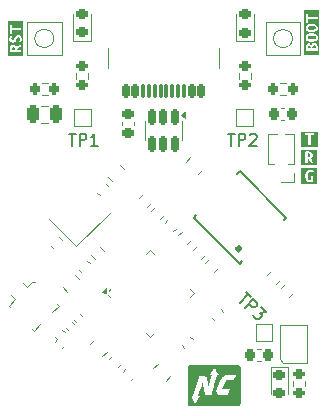
<source format=gto>
G04 #@! TF.GenerationSoftware,KiCad,Pcbnew,8.0.7-8.0.7-0~ubuntu24.04.1*
G04 #@! TF.CreationDate,2025-01-06T12:49:46-05:00*
G04 #@! TF.ProjectId,ESP32_C3_LVGL_DEVBOARD,45535033-325f-4433-935f-4c56474c5f44,rev?*
G04 #@! TF.SameCoordinates,Original*
G04 #@! TF.FileFunction,Legend,Top*
G04 #@! TF.FilePolarity,Positive*
%FSLAX46Y46*%
G04 Gerber Fmt 4.6, Leading zero omitted, Abs format (unit mm)*
G04 Created by KiCad (PCBNEW 8.0.7-8.0.7-0~ubuntu24.04.1) date 2025-01-06 12:49:46*
%MOMM*%
%LPD*%
G01*
G04 APERTURE LIST*
G04 Aperture macros list*
%AMRoundRect*
0 Rectangle with rounded corners*
0 $1 Rounding radius*
0 $2 $3 $4 $5 $6 $7 $8 $9 X,Y pos of 4 corners*
0 Add a 4 corners polygon primitive as box body*
4,1,4,$2,$3,$4,$5,$6,$7,$8,$9,$2,$3,0*
0 Add four circle primitives for the rounded corners*
1,1,$1+$1,$2,$3*
1,1,$1+$1,$4,$5*
1,1,$1+$1,$6,$7*
1,1,$1+$1,$8,$9*
0 Add four rect primitives between the rounded corners*
20,1,$1+$1,$2,$3,$4,$5,0*
20,1,$1+$1,$4,$5,$6,$7,0*
20,1,$1+$1,$6,$7,$8,$9,0*
20,1,$1+$1,$8,$9,$2,$3,0*%
%AMRotRect*
0 Rectangle, with rotation*
0 The origin of the aperture is its center*
0 $1 length*
0 $2 width*
0 $3 Rotation angle, in degrees counterclockwise*
0 Add horizontal line*
21,1,$1,$2,0,0,$3*%
G04 Aperture macros list end*
%ADD10C,0.153000*%
%ADD11C,0.000000*%
%ADD12C,0.120000*%
%ADD13C,0.100000*%
%ADD14C,0.152400*%
%ADD15C,0.319258*%
%ADD16RoundRect,0.225000X-0.335876X-0.017678X-0.017678X-0.335876X0.335876X0.017678X0.017678X0.335876X0*%
%ADD17RoundRect,0.200000X-0.335876X-0.053033X-0.053033X-0.335876X0.335876X0.053033X0.053033X0.335876X0*%
%ADD18R,1.000000X1.000000*%
%ADD19RoundRect,0.225000X0.225000X0.250000X-0.225000X0.250000X-0.225000X-0.250000X0.225000X-0.250000X0*%
%ADD20RoundRect,0.200000X-0.275000X0.200000X-0.275000X-0.200000X0.275000X-0.200000X0.275000X0.200000X0*%
%ADD21RoundRect,0.225000X-0.017678X0.335876X-0.335876X0.017678X0.017678X-0.335876X0.335876X-0.017678X0*%
%ADD22RoundRect,0.200000X0.053033X-0.335876X0.335876X-0.053033X-0.053033X0.335876X-0.335876X0.053033X0*%
%ADD23R,0.650000X0.950000*%
%ADD24RoundRect,0.200000X-0.053033X0.335876X-0.335876X0.053033X0.053033X-0.335876X0.335876X-0.053033X0*%
%ADD25RoundRect,0.218750X0.256250X-0.218750X0.256250X0.218750X-0.256250X0.218750X-0.256250X-0.218750X0*%
%ADD26O,1.000000X1.000000*%
%ADD27RoundRect,0.147500X0.017678X-0.226274X0.226274X-0.017678X-0.017678X0.226274X-0.226274X0.017678X0*%
%ADD28RotRect,1.400000X1.200000X45.000000*%
%ADD29RoundRect,0.140000X0.219203X0.021213X0.021213X0.219203X-0.219203X-0.021213X-0.021213X-0.219203X0*%
%ADD30RoundRect,0.225000X0.335876X0.017678X0.017678X0.335876X-0.335876X-0.017678X-0.017678X-0.335876X0*%
%ADD31RoundRect,0.250000X0.503814X0.132583X0.132583X0.503814X-0.503814X-0.132583X-0.132583X-0.503814X0*%
%ADD32RoundRect,0.150000X-0.150000X0.512500X-0.150000X-0.512500X0.150000X-0.512500X0.150000X0.512500X0*%
%ADD33RoundRect,0.250000X0.159099X-0.512652X0.512652X-0.159099X-0.159099X0.512652X-0.512652X0.159099X0*%
%ADD34RoundRect,0.250000X0.512652X0.159099X0.159099X0.512652X-0.512652X-0.159099X-0.159099X-0.512652X0*%
%ADD35RoundRect,0.250000X-0.159099X0.512652X-0.512652X0.159099X0.159099X-0.512652X0.512652X-0.159099X0*%
%ADD36RoundRect,0.160000X0.000000X0.226274X-0.226274X0.000000X0.000000X-0.226274X0.226274X0.000000X0*%
%ADD37RoundRect,0.135000X0.226274X0.035355X0.035355X0.226274X-0.226274X-0.035355X-0.035355X-0.226274X0*%
%ADD38RoundRect,0.135000X-0.035355X0.226274X-0.226274X0.035355X0.035355X-0.226274X0.226274X-0.035355X0*%
%ADD39RoundRect,0.200000X0.200000X0.275000X-0.200000X0.275000X-0.200000X-0.275000X0.200000X-0.275000X0*%
%ADD40RoundRect,0.250000X0.250000X0.475000X-0.250000X0.475000X-0.250000X-0.475000X0.250000X-0.475000X0*%
%ADD41RoundRect,0.218750X0.026517X-0.335876X0.335876X-0.026517X-0.026517X0.335876X-0.335876X0.026517X0*%
%ADD42RoundRect,0.218750X-0.256250X0.218750X-0.256250X-0.218750X0.256250X-0.218750X0.256250X0.218750X0*%
%ADD43RoundRect,0.062500X-0.220971X-0.309359X0.309359X0.220971X0.220971X0.309359X-0.309359X-0.220971X0*%
%ADD44RoundRect,0.062500X0.220971X-0.309359X0.309359X-0.220971X-0.220971X0.309359X-0.309359X0.220971X0*%
%ADD45RotRect,3.450000X3.450000X45.000000*%
%ADD46RotRect,1.524000X0.533400X135.000000*%
%ADD47RoundRect,0.100000X0.000000X0.565685X-0.565685X0.000000X0.000000X-0.565685X0.565685X0.000000X0*%
%ADD48RoundRect,0.105000X-0.406586X1.000556X-1.000556X0.406586X0.406586X-1.000556X1.000556X-0.406586X0*%
%ADD49C,0.650000*%
%ADD50RoundRect,0.150000X0.150000X0.425000X-0.150000X0.425000X-0.150000X-0.425000X0.150000X-0.425000X0*%
%ADD51RoundRect,0.075000X0.075000X0.500000X-0.075000X0.500000X-0.075000X-0.500000X0.075000X-0.500000X0*%
%ADD52O,1.000000X2.100000*%
%ADD53O,1.000000X1.800000*%
%ADD54R,0.700000X0.700000*%
%ADD55RoundRect,0.225000X-0.250000X0.225000X-0.250000X-0.225000X0.250000X-0.225000X0.250000X0.225000X0*%
%ADD56RoundRect,0.225000X0.017678X-0.335876X0.335876X-0.017678X-0.017678X0.335876X-0.335876X0.017678X0*%
G04 APERTURE END LIST*
D10*
X159458095Y-77014663D02*
X160029523Y-77014663D01*
X159743809Y-78014663D02*
X159743809Y-77014663D01*
X160362857Y-78014663D02*
X160362857Y-77014663D01*
X160362857Y-77014663D02*
X160743809Y-77014663D01*
X160743809Y-77014663D02*
X160839047Y-77062282D01*
X160839047Y-77062282D02*
X160886666Y-77109901D01*
X160886666Y-77109901D02*
X160934285Y-77205139D01*
X160934285Y-77205139D02*
X160934285Y-77347996D01*
X160934285Y-77347996D02*
X160886666Y-77443234D01*
X160886666Y-77443234D02*
X160839047Y-77490853D01*
X160839047Y-77490853D02*
X160743809Y-77538472D01*
X160743809Y-77538472D02*
X160362857Y-77538472D01*
X161315238Y-77109901D02*
X161362857Y-77062282D01*
X161362857Y-77062282D02*
X161458095Y-77014663D01*
X161458095Y-77014663D02*
X161696190Y-77014663D01*
X161696190Y-77014663D02*
X161791428Y-77062282D01*
X161791428Y-77062282D02*
X161839047Y-77109901D01*
X161839047Y-77109901D02*
X161886666Y-77205139D01*
X161886666Y-77205139D02*
X161886666Y-77300377D01*
X161886666Y-77300377D02*
X161839047Y-77443234D01*
X161839047Y-77443234D02*
X161267619Y-78014663D01*
X161267619Y-78014663D02*
X161886666Y-78014663D01*
X145988095Y-77014663D02*
X146559523Y-77014663D01*
X146273809Y-78014663D02*
X146273809Y-77014663D01*
X146892857Y-78014663D02*
X146892857Y-77014663D01*
X146892857Y-77014663D02*
X147273809Y-77014663D01*
X147273809Y-77014663D02*
X147369047Y-77062282D01*
X147369047Y-77062282D02*
X147416666Y-77109901D01*
X147416666Y-77109901D02*
X147464285Y-77205139D01*
X147464285Y-77205139D02*
X147464285Y-77347996D01*
X147464285Y-77347996D02*
X147416666Y-77443234D01*
X147416666Y-77443234D02*
X147369047Y-77490853D01*
X147369047Y-77490853D02*
X147273809Y-77538472D01*
X147273809Y-77538472D02*
X146892857Y-77538472D01*
X148416666Y-78014663D02*
X147845238Y-78014663D01*
X148130952Y-78014663D02*
X148130952Y-77014663D01*
X148130952Y-77014663D02*
X148035714Y-77157520D01*
X148035714Y-77157520D02*
X147940476Y-77252758D01*
X147940476Y-77252758D02*
X147845238Y-77300377D01*
X160968309Y-90397087D02*
X161372370Y-90801148D01*
X160463233Y-91306224D02*
X161170340Y-90599117D01*
X160900966Y-91743957D02*
X161608073Y-91036850D01*
X161608073Y-91036850D02*
X161877447Y-91306224D01*
X161877447Y-91306224D02*
X161911119Y-91407239D01*
X161911119Y-91407239D02*
X161911119Y-91474583D01*
X161911119Y-91474583D02*
X161877447Y-91575598D01*
X161877447Y-91575598D02*
X161776432Y-91676613D01*
X161776432Y-91676613D02*
X161675416Y-91710285D01*
X161675416Y-91710285D02*
X161608073Y-91710285D01*
X161608073Y-91710285D02*
X161507058Y-91676613D01*
X161507058Y-91676613D02*
X161237684Y-91407239D01*
X162247836Y-91676613D02*
X162685569Y-92114346D01*
X162685569Y-92114346D02*
X162180493Y-92148018D01*
X162180493Y-92148018D02*
X162281508Y-92249033D01*
X162281508Y-92249033D02*
X162315180Y-92350048D01*
X162315180Y-92350048D02*
X162315180Y-92417392D01*
X162315180Y-92417392D02*
X162281508Y-92518407D01*
X162281508Y-92518407D02*
X162113149Y-92686766D01*
X162113149Y-92686766D02*
X162012134Y-92720438D01*
X162012134Y-92720438D02*
X161944790Y-92720438D01*
X161944790Y-92720438D02*
X161843775Y-92686766D01*
X161843775Y-92686766D02*
X161641745Y-92484735D01*
X161641745Y-92484735D02*
X161608073Y-92383720D01*
X161608073Y-92383720D02*
X161608073Y-92316377D01*
D11*
G36*
X167075054Y-78109626D02*
G01*
X166738489Y-78109626D01*
X166475162Y-78109626D01*
X166011511Y-78109626D01*
X165674946Y-78109626D01*
X165674946Y-77139782D01*
X166011511Y-77139782D01*
X166274838Y-77139782D01*
X166274838Y-77975000D01*
X166475162Y-77975000D01*
X166475162Y-77139782D01*
X166738489Y-77139782D01*
X166738489Y-76975000D01*
X166011511Y-76975000D01*
X166011511Y-77139782D01*
X165674946Y-77139782D01*
X165674946Y-76840374D01*
X166011511Y-76840374D01*
X166738489Y-76840374D01*
X167075054Y-76840374D01*
X167075054Y-78109626D01*
G37*
D12*
X158112978Y-92584227D02*
X158311789Y-92783038D01*
X158834227Y-91862978D02*
X159033038Y-92061789D01*
X147896089Y-87311145D02*
X148231622Y-87646678D01*
X148635016Y-86572218D02*
X148970549Y-86907751D01*
X160150000Y-74952500D02*
X161550000Y-74952500D01*
X160150000Y-76352500D02*
X160150000Y-74952500D01*
X161550000Y-74952500D02*
X161550000Y-76352500D01*
X161550000Y-76352500D02*
X160150000Y-76352500D01*
X164240580Y-74860000D02*
X163959420Y-74860000D01*
X164240580Y-75880000D02*
X163959420Y-75880000D01*
X164927500Y-97935242D02*
X164927500Y-98409758D01*
X165972500Y-97935242D02*
X165972500Y-98409758D01*
X154324092Y-84347426D02*
X154125281Y-84546237D01*
X155045341Y-85068675D02*
X154846530Y-85267486D01*
X151893081Y-82445759D02*
X152228614Y-82110226D01*
X152632008Y-83184686D02*
X152967541Y-82849153D01*
D13*
X162645000Y-70375000D02*
X165595000Y-70375000D01*
X165595000Y-67550000D01*
X162645000Y-67550000D01*
X162645000Y-70375000D01*
X164920000Y-68950000D02*
G75*
G02*
X163320000Y-68950000I-800000J0D01*
G01*
X163320000Y-68950000D02*
G75*
G02*
X164920000Y-68950000I800000J0D01*
G01*
D12*
X157881666Y-87629407D02*
X157546133Y-87964940D01*
X158620593Y-88368334D02*
X158285060Y-88703867D01*
X160165000Y-66855000D02*
X160165000Y-69140000D01*
X160165000Y-69140000D02*
X161635000Y-69140000D01*
X161635000Y-69140000D02*
X161635000Y-66855000D01*
D11*
G36*
X141403110Y-69708481D02*
G01*
X141432795Y-69767851D01*
X141442690Y-69855493D01*
X141442690Y-69899111D01*
X141142205Y-69899111D01*
X141138166Y-69866801D01*
X141137359Y-69839338D01*
X141146648Y-69767851D01*
X141174515Y-69711712D01*
X141222173Y-69675363D01*
X141290832Y-69663247D01*
X141403110Y-69708481D01*
G37*
G36*
X142131435Y-69002504D02*
G01*
X142131435Y-69395073D01*
X142131435Y-70097819D01*
X142131435Y-70434383D01*
X140818565Y-70434383D01*
X140818565Y-70097819D01*
X140818565Y-69839338D01*
X140964499Y-69839338D01*
X140966115Y-69895880D01*
X140970153Y-69963732D01*
X140978231Y-70034006D01*
X140990347Y-70097819D01*
X141975808Y-70097819D01*
X141975808Y-69899111D01*
X141607472Y-69899111D01*
X141607472Y-69795719D01*
X141698950Y-69740994D01*
X141789216Y-69689903D01*
X141880695Y-69643659D01*
X141975808Y-69603473D01*
X141975808Y-69395073D01*
X141869992Y-69441115D01*
X141758522Y-69496850D01*
X141651898Y-69556624D01*
X141559006Y-69614782D01*
X141513368Y-69544103D01*
X141450767Y-69496850D01*
X141375646Y-69470194D01*
X141292447Y-69461309D01*
X141213893Y-69467973D01*
X141146244Y-69487964D01*
X141043659Y-69564701D01*
X141008522Y-69619628D01*
X140983885Y-69684249D01*
X140969346Y-69757754D01*
X140964499Y-69839338D01*
X140818565Y-69839338D01*
X140818565Y-68955654D01*
X140953191Y-68955654D01*
X140961986Y-69054649D01*
X140988373Y-69138386D01*
X141032351Y-69206866D01*
X141126858Y-69275323D01*
X141252060Y-69298142D01*
X141370800Y-69272294D01*
X141450767Y-69206866D01*
X141504079Y-69118821D01*
X141541236Y-69025121D01*
X141569507Y-68957270D01*
X141603433Y-68895880D01*
X141646244Y-68850646D01*
X141701171Y-68832876D01*
X141748829Y-68840145D01*
X141790832Y-68866801D01*
X141819911Y-68919305D01*
X141830412Y-69002504D01*
X141824758Y-69083078D01*
X141807795Y-69150323D01*
X141759330Y-69254523D01*
X141920880Y-69312682D01*
X141970153Y-69201212D01*
X141990145Y-69114378D01*
X141996809Y-69002504D01*
X141988283Y-68889149D01*
X141962704Y-68796796D01*
X141920073Y-68725444D01*
X141827383Y-68656987D01*
X141702787Y-68634168D01*
X141627464Y-68641034D01*
X141566276Y-68661632D01*
X141475808Y-68731906D01*
X141417649Y-68825606D01*
X141378069Y-68923344D01*
X141353837Y-68985541D01*
X141323950Y-69042084D01*
X141285178Y-69083279D01*
X141234289Y-69099435D01*
X141170566Y-69081843D01*
X141132333Y-69029070D01*
X141119588Y-68941115D01*
X141135743Y-68827221D01*
X141174515Y-68737561D01*
X141021042Y-68679402D01*
X140974192Y-68794911D01*
X140958441Y-68869426D01*
X140953191Y-68955654D01*
X140818565Y-68955654D01*
X140818565Y-67802181D01*
X140975808Y-67802181D01*
X140975808Y-68529160D01*
X141140590Y-68529160D01*
X141140590Y-68265832D01*
X141975808Y-68265832D01*
X141975808Y-68065509D01*
X141140590Y-68065509D01*
X141140590Y-67802181D01*
X140975808Y-67802181D01*
X140818565Y-67802181D01*
X140818565Y-67465617D01*
X142131435Y-67465617D01*
X142131435Y-67802181D01*
X142131435Y-68065509D01*
X142131435Y-69002504D01*
G37*
D12*
X162215580Y-95215000D02*
X161934420Y-95215000D01*
X162215580Y-96235000D02*
X161934420Y-96235000D01*
X148400281Y-81997659D02*
X148599092Y-82196470D01*
X149121530Y-81276410D02*
X149320341Y-81475221D01*
D11*
G36*
X166328595Y-78676494D02*
G01*
X166384733Y-78704362D01*
X166421082Y-78752019D01*
X166433199Y-78820679D01*
X166387964Y-78932956D01*
X166328595Y-78962641D01*
X166240953Y-78972536D01*
X166197334Y-78972536D01*
X166197334Y-78672052D01*
X166229645Y-78668013D01*
X166257108Y-78667205D01*
X166328595Y-78676494D01*
G37*
G36*
X167037938Y-79640280D02*
G01*
X166701373Y-79640280D01*
X165998627Y-79640280D01*
X165662062Y-79640280D01*
X165662062Y-78520194D01*
X165998627Y-78520194D01*
X165998627Y-79505654D01*
X166197334Y-79505654D01*
X166197334Y-79137318D01*
X166300727Y-79137318D01*
X166355452Y-79228796D01*
X166406543Y-79319063D01*
X166452787Y-79410541D01*
X166492973Y-79505654D01*
X166701373Y-79505654D01*
X166655331Y-79399838D01*
X166599596Y-79288368D01*
X166539822Y-79181745D01*
X166481664Y-79088853D01*
X166552342Y-79043215D01*
X166599596Y-78980614D01*
X166626252Y-78905493D01*
X166635137Y-78822294D01*
X166628473Y-78743740D01*
X166608481Y-78676090D01*
X166531745Y-78573506D01*
X166476817Y-78538368D01*
X166412197Y-78513732D01*
X166338691Y-78499192D01*
X166257108Y-78494346D01*
X166200565Y-78495961D01*
X166132714Y-78500000D01*
X166062439Y-78508078D01*
X165998627Y-78520194D01*
X165662062Y-78520194D01*
X165662062Y-78359720D01*
X165998627Y-78359720D01*
X166701373Y-78359720D01*
X167037938Y-78359720D01*
X167037938Y-79640280D01*
G37*
G36*
X167039553Y-81231435D02*
G01*
X166702989Y-81231435D01*
X166405735Y-81231435D01*
X165997011Y-81231435D01*
X165660447Y-81231435D01*
X165660447Y-80575000D01*
X165997011Y-80575000D01*
X166004281Y-80696365D01*
X166026090Y-80801979D01*
X166061228Y-80891640D01*
X166108481Y-80965145D01*
X166167246Y-81022496D01*
X166236914Y-81063691D01*
X166316680Y-81088530D01*
X166405735Y-81096809D01*
X166504483Y-81092771D01*
X166587480Y-81080654D01*
X166698142Y-81051575D01*
X166698142Y-80552383D01*
X166499435Y-80552383D01*
X166499435Y-80917488D01*
X166460662Y-80922334D01*
X166421890Y-80923950D01*
X166325363Y-80902746D01*
X166255493Y-80839136D01*
X166224080Y-80772092D01*
X166205232Y-80684047D01*
X166198950Y-80575000D01*
X166202383Y-80500889D01*
X166212682Y-80433643D01*
X166257916Y-80323788D01*
X166337884Y-80251898D01*
X166457431Y-80226050D01*
X166564055Y-80243821D01*
X166651292Y-80284208D01*
X166702989Y-80125889D01*
X166669871Y-80106502D01*
X166614136Y-80082270D01*
X166534168Y-80062076D01*
X166429968Y-80053191D01*
X166342326Y-80061470D01*
X166260339Y-80086309D01*
X166186430Y-80127706D01*
X166123021Y-80185662D01*
X166070921Y-80259774D01*
X166030937Y-80349637D01*
X166005493Y-80454847D01*
X165997011Y-80575000D01*
X165660447Y-80575000D01*
X165660447Y-79918565D01*
X165997011Y-79918565D01*
X166702989Y-79918565D01*
X167039553Y-79918565D01*
X167039553Y-81231435D01*
G37*
D12*
X155564970Y-94936219D02*
X155763781Y-95135030D01*
X156286219Y-94214970D02*
X156485030Y-94413781D01*
X162840000Y-79540000D02*
X162840000Y-77065000D01*
X163386529Y-79540000D02*
X162840000Y-79540000D01*
X163642470Y-77065000D02*
X162840000Y-77065000D01*
X165060000Y-77065000D02*
X164257530Y-77065000D01*
X165060000Y-79540000D02*
X164513471Y-79540000D01*
X165060000Y-79540000D02*
X165060000Y-77065000D01*
X165060000Y-80300000D02*
X165060000Y-81060000D01*
X165060000Y-81060000D02*
X163950000Y-81060000D01*
X146440000Y-74952500D02*
X147840000Y-74952500D01*
X146440000Y-76352500D02*
X146440000Y-74952500D01*
X147840000Y-74952500D02*
X147840000Y-76352500D01*
X147840000Y-76352500D02*
X146440000Y-76352500D01*
X156798303Y-86512770D02*
X156462770Y-86848303D01*
X157537230Y-87251697D02*
X157201697Y-87587230D01*
X163108614Y-88620226D02*
X162773081Y-88955759D01*
X163847541Y-89359153D02*
X163512008Y-89694686D01*
X144300513Y-84210704D02*
X146633966Y-86544157D01*
X146633966Y-86544157D02*
X149462393Y-83715730D01*
X145884640Y-93637863D02*
X145732137Y-93485360D01*
X146393757Y-93128746D02*
X146241254Y-92976243D01*
X144647100Y-86694478D02*
X144448289Y-86495667D01*
X145368349Y-85973229D02*
X145169538Y-85774418D01*
X149640835Y-81030282D02*
X149319718Y-80709165D01*
X150680282Y-79990835D02*
X150359165Y-79669718D01*
X152440000Y-76700000D02*
X152440000Y-75900000D01*
X152440000Y-76700000D02*
X152440000Y-77500000D01*
X155560000Y-76700000D02*
X155560000Y-75900000D01*
X155560000Y-76700000D02*
X155560000Y-77500000D01*
X155840000Y-75640000D02*
X155510000Y-75400000D01*
X155840000Y-75160000D01*
X155840000Y-75640000D01*
G36*
X155840000Y-75640000D02*
G01*
X155510000Y-75400000D01*
X155840000Y-75160000D01*
X155840000Y-75640000D01*
G37*
X161825000Y-93125000D02*
X163225000Y-93125000D01*
X161825000Y-94525000D02*
X161825000Y-93125000D01*
X163225000Y-93125000D02*
X163225000Y-94525000D01*
X163225000Y-94525000D02*
X161825000Y-94525000D01*
X155573303Y-85287770D02*
X155237770Y-85623303D01*
X156312230Y-86026697D02*
X155976697Y-86362230D01*
X153145543Y-96865010D02*
X153515010Y-96495543D01*
X154184990Y-97904457D02*
X154554457Y-97534990D01*
X145836761Y-90376208D02*
X145467294Y-90006741D01*
X146876208Y-89336761D02*
X146506741Y-88967294D01*
X148140010Y-94445543D02*
X147770543Y-94815010D01*
X149179457Y-95484990D02*
X148809990Y-95854457D01*
X145013260Y-94390892D02*
X144802166Y-94601986D01*
X145013779Y-94376231D02*
X144815789Y-94178241D01*
X145603252Y-94946413D02*
X145385971Y-95163694D01*
X145620930Y-93830798D02*
X145403649Y-93613516D01*
X144182258Y-72707500D02*
X143707742Y-72707500D01*
X144182258Y-73752500D02*
X143707742Y-73752500D01*
X153303614Y-83185226D02*
X152968081Y-83520759D01*
X154042541Y-83924153D02*
X153707008Y-84259686D01*
D13*
X142425000Y-70365000D02*
X145375000Y-70365000D01*
X145375000Y-67540000D01*
X142425000Y-67540000D01*
X142425000Y-70365000D01*
X144700000Y-68940000D02*
G75*
G02*
X143100000Y-68940000I-800000J0D01*
G01*
X143100000Y-68940000D02*
G75*
G02*
X144700000Y-68940000I800000J0D01*
G01*
D12*
X147036788Y-88708038D02*
X146837979Y-88509227D01*
X147758037Y-87986789D02*
X147559228Y-87787978D01*
X144186252Y-74635000D02*
X143663748Y-74635000D01*
X144186252Y-76105000D02*
X143663748Y-76105000D01*
X149424273Y-96054478D02*
X149654478Y-95824273D01*
X150145522Y-96775727D02*
X150375727Y-96545522D01*
X146614051Y-92937274D02*
X146461548Y-92784771D01*
X147123168Y-92428157D02*
X146970665Y-92275654D01*
X163075000Y-96727500D02*
X163075000Y-99012500D01*
X164545000Y-96727500D02*
X163075000Y-96727500D01*
X164545000Y-99012500D02*
X164545000Y-96727500D01*
X149505089Y-90171580D02*
X149381346Y-90295324D01*
X149505089Y-90843332D02*
X149338919Y-90677162D01*
X152524435Y-87152234D02*
X152860311Y-86816359D01*
X152860311Y-86816359D02*
X153196187Y-87152234D01*
X152860311Y-94198553D02*
X152524435Y-93862678D01*
X153196187Y-93862678D02*
X152860311Y-94198553D01*
X156215533Y-90843332D02*
X156551408Y-90507456D01*
X156551408Y-90507456D02*
X156215533Y-90171580D01*
X149169214Y-90507456D02*
X148766163Y-90443816D01*
X149105574Y-90104405D01*
X149169214Y-90507456D01*
G36*
X149169214Y-90507456D02*
G01*
X148766163Y-90443816D01*
X149105574Y-90104405D01*
X149169214Y-90507456D01*
G37*
X164337258Y-72707500D02*
X163862742Y-72707500D01*
X164337258Y-73752500D02*
X163862742Y-73752500D01*
X155867294Y-79368259D02*
X156236761Y-78998792D01*
X156906741Y-80407706D02*
X157276208Y-80038239D01*
D14*
X156544919Y-84107456D02*
X160460311Y-88022848D01*
X156746026Y-83906349D02*
X156544919Y-84107456D01*
X160460311Y-80192064D02*
X160259204Y-80393171D01*
X160460311Y-88022848D02*
X160661418Y-87821741D01*
X164174596Y-84308563D02*
X164375703Y-84107456D01*
X164375703Y-84107456D02*
X160460311Y-80192064D01*
D15*
X160513874Y-86759106D02*
G75*
G02*
X160194616Y-86759106I-159629J0D01*
G01*
X160194616Y-86759106D02*
G75*
G02*
X160513874Y-86759106I159629J0D01*
G01*
D12*
X146567500Y-71860242D02*
X146567500Y-72334758D01*
X147612500Y-71860242D02*
X147612500Y-72334758D01*
D11*
G36*
X159591722Y-96596411D02*
G01*
X159679764Y-96596476D01*
X159760930Y-96596581D01*
X159835513Y-96596730D01*
X159903804Y-96596926D01*
X159966093Y-96597175D01*
X160022673Y-96597479D01*
X160073835Y-96597842D01*
X160119871Y-96598271D01*
X160161072Y-96598767D01*
X160197729Y-96599335D01*
X160230134Y-96599979D01*
X160258578Y-96600702D01*
X160283353Y-96601510D01*
X160304751Y-96602405D01*
X160323062Y-96603392D01*
X160338579Y-96604475D01*
X160351592Y-96605658D01*
X160362393Y-96606944D01*
X160371274Y-96608339D01*
X160378526Y-96609845D01*
X160384440Y-96611467D01*
X160389309Y-96613209D01*
X160393423Y-96615075D01*
X160397074Y-96617069D01*
X160400553Y-96619194D01*
X160404152Y-96621456D01*
X160408163Y-96623858D01*
X160412876Y-96626402D01*
X160413061Y-96626496D01*
X160450175Y-96650016D01*
X160482501Y-96679974D01*
X160507814Y-96714178D01*
X160514406Y-96726343D01*
X160530706Y-96759451D01*
X160532006Y-98316850D01*
X160532139Y-98467507D01*
X160532271Y-98608416D01*
X160532398Y-98739911D01*
X160532512Y-98862324D01*
X160532606Y-98975990D01*
X160532675Y-99081241D01*
X160532711Y-99178411D01*
X160532707Y-99267835D01*
X160532658Y-99349843D01*
X160532556Y-99424771D01*
X160532395Y-99492952D01*
X160532168Y-99554720D01*
X160531869Y-99610406D01*
X160531490Y-99660346D01*
X160531026Y-99704872D01*
X160530470Y-99744318D01*
X160529814Y-99779017D01*
X160529053Y-99809303D01*
X160528179Y-99835509D01*
X160527188Y-99857968D01*
X160526070Y-99877014D01*
X160524820Y-99892981D01*
X160523432Y-99906201D01*
X160521898Y-99917008D01*
X160520212Y-99925736D01*
X160518367Y-99932719D01*
X160516357Y-99938287D01*
X160514176Y-99942777D01*
X160511815Y-99946521D01*
X160509270Y-99949852D01*
X160506532Y-99953105D01*
X160503597Y-99956612D01*
X160500456Y-99960707D01*
X160499278Y-99962383D01*
X160473107Y-99992796D01*
X160439233Y-100019829D01*
X160401175Y-100041098D01*
X160396404Y-100043400D01*
X160392245Y-100045571D01*
X160388404Y-100047615D01*
X160384587Y-100049536D01*
X160380499Y-100051336D01*
X160375848Y-100053021D01*
X160370338Y-100054593D01*
X160363675Y-100056057D01*
X160355568Y-100057417D01*
X160345720Y-100058675D01*
X160333838Y-100059837D01*
X160319628Y-100060906D01*
X160302796Y-100061885D01*
X160283047Y-100062778D01*
X160260090Y-100063591D01*
X160233629Y-100064323D01*
X160203368Y-100064981D01*
X160169016Y-100065570D01*
X160130278Y-100066093D01*
X160086861Y-100066552D01*
X160038470Y-100066952D01*
X159984811Y-100067296D01*
X159925590Y-100067589D01*
X159860513Y-100067834D01*
X159789286Y-100068035D01*
X159711616Y-100068196D01*
X159627208Y-100068321D01*
X159535769Y-100068413D01*
X159437003Y-100068476D01*
X159330619Y-100068514D01*
X159216320Y-100068530D01*
X159093813Y-100068529D01*
X158962806Y-100068515D01*
X158823002Y-100068490D01*
X158674109Y-100068460D01*
X158515833Y-100068427D01*
X158347879Y-100068395D01*
X158282560Y-100068384D01*
X158107810Y-100068352D01*
X157942874Y-100068311D01*
X157787489Y-100068261D01*
X157641389Y-100068199D01*
X157504308Y-100068126D01*
X157375981Y-100068041D01*
X157256142Y-100067942D01*
X157144526Y-100067829D01*
X157040867Y-100067701D01*
X156944900Y-100067556D01*
X156856359Y-100067395D01*
X156774979Y-100067216D01*
X156700495Y-100067018D01*
X156632640Y-100066800D01*
X156571148Y-100066561D01*
X156515757Y-100066302D01*
X156466199Y-100066019D01*
X156422208Y-100065714D01*
X156383519Y-100065384D01*
X156349867Y-100065029D01*
X156320986Y-100064648D01*
X156296611Y-100064241D01*
X156276476Y-100063806D01*
X156260316Y-100063342D01*
X156247864Y-100062848D01*
X156238857Y-100062323D01*
X156233027Y-100061768D01*
X156231003Y-100061432D01*
X156180012Y-100046117D01*
X156135696Y-100024199D01*
X156098582Y-99996054D01*
X156069195Y-99962061D01*
X156052740Y-99933379D01*
X156039457Y-99905050D01*
X156039457Y-99195535D01*
X156354500Y-99195535D01*
X156356603Y-99200584D01*
X156362690Y-99214030D01*
X156372428Y-99235163D01*
X156385484Y-99263269D01*
X156401525Y-99297636D01*
X156420218Y-99337552D01*
X156441229Y-99382305D01*
X156464226Y-99431183D01*
X156488875Y-99483472D01*
X156514844Y-99538462D01*
X156516998Y-99543019D01*
X156679496Y-99886761D01*
X156703271Y-99845499D01*
X156709828Y-99834178D01*
X156720991Y-99814980D01*
X156736277Y-99788732D01*
X156755202Y-99756264D01*
X156777285Y-99718399D01*
X156802043Y-99675968D01*
X156828993Y-99629796D01*
X156857653Y-99580710D01*
X156887541Y-99529539D01*
X156905220Y-99499275D01*
X157083397Y-99194314D01*
X157016859Y-99191794D01*
X156950320Y-99189273D01*
X157131253Y-98642359D01*
X157154968Y-98570695D01*
X157177828Y-98501643D01*
X157199632Y-98435812D01*
X157220177Y-98373815D01*
X157239260Y-98316259D01*
X157256679Y-98263757D01*
X157272231Y-98216918D01*
X157285714Y-98176355D01*
X157296924Y-98142676D01*
X157305660Y-98116492D01*
X157311718Y-98098414D01*
X157314896Y-98089054D01*
X157315316Y-98087884D01*
X157318358Y-98082944D01*
X157321113Y-98087577D01*
X157321143Y-98087660D01*
X157322445Y-98093534D01*
X157325504Y-98108640D01*
X157330189Y-98132313D01*
X157336373Y-98163879D01*
X157343924Y-98202669D01*
X157352714Y-98248014D01*
X157362612Y-98299244D01*
X157373489Y-98355689D01*
X157385215Y-98416680D01*
X157397660Y-98481547D01*
X157410696Y-98549620D01*
X157420192Y-98599288D01*
X157516542Y-99103582D01*
X157787181Y-99104886D01*
X158057820Y-99106191D01*
X158063441Y-99087243D01*
X158065380Y-99080377D01*
X158069857Y-99064314D01*
X158076728Y-99039575D01*
X158085850Y-99006681D01*
X158097078Y-98966152D01*
X158110269Y-98918509D01*
X158125277Y-98864274D01*
X158134148Y-98832207D01*
X158481967Y-98832207D01*
X158483311Y-98872872D01*
X158487032Y-98907214D01*
X158489014Y-98917742D01*
X158503384Y-98966495D01*
X158523628Y-99008682D01*
X158549242Y-99043620D01*
X158579722Y-99070625D01*
X158614564Y-99089011D01*
X158615570Y-99089385D01*
X158621233Y-99091419D01*
X158626886Y-99093186D01*
X158633245Y-99094704D01*
X158641023Y-99095997D01*
X158650936Y-99097081D01*
X158663698Y-99097975D01*
X158680024Y-99098700D01*
X158700628Y-99099275D01*
X158726226Y-99099718D01*
X158757531Y-99100051D01*
X158795260Y-99100290D01*
X158840125Y-99100459D01*
X158892843Y-99100573D01*
X158954128Y-99100655D01*
X159024694Y-99100720D01*
X159033751Y-99100728D01*
X159422012Y-99101062D01*
X159516486Y-98872971D01*
X159535188Y-98827750D01*
X159552657Y-98785384D01*
X159568522Y-98746776D01*
X159582414Y-98712835D01*
X159593962Y-98684466D01*
X159602797Y-98662576D01*
X159608548Y-98648074D01*
X159610845Y-98641864D01*
X159610871Y-98641718D01*
X159606354Y-98640240D01*
X159595093Y-98640246D01*
X159589358Y-98640704D01*
X159576110Y-98641579D01*
X159554679Y-98642433D01*
X159526166Y-98643257D01*
X159491674Y-98644041D01*
X159452302Y-98644777D01*
X159409152Y-98645454D01*
X159363326Y-98646062D01*
X159315923Y-98646593D01*
X159268045Y-98647037D01*
X159220794Y-98647383D01*
X159175270Y-98647623D01*
X159132573Y-98647747D01*
X159093808Y-98647745D01*
X159060073Y-98647608D01*
X159032469Y-98647326D01*
X159012098Y-98646890D01*
X159000060Y-98646289D01*
X158997321Y-98645858D01*
X158987853Y-98638159D01*
X158979003Y-98625601D01*
X158977851Y-98623325D01*
X158974623Y-98615962D01*
X158972959Y-98609103D01*
X158973151Y-98600847D01*
X158975491Y-98589292D01*
X158980270Y-98572537D01*
X158987781Y-98548681D01*
X158990694Y-98539592D01*
X159019623Y-98456297D01*
X159054164Y-98368426D01*
X159093073Y-98278674D01*
X159135107Y-98189736D01*
X159179025Y-98104307D01*
X159223583Y-98025082D01*
X159241988Y-97994632D01*
X159264710Y-97958186D01*
X159283182Y-97929328D01*
X159298238Y-97906940D01*
X159310712Y-97889905D01*
X159321440Y-97877108D01*
X159331255Y-97867429D01*
X159340992Y-97859751D01*
X159344508Y-97857348D01*
X159365564Y-97843411D01*
X159675938Y-97842022D01*
X159986312Y-97840632D01*
X160079565Y-97631385D01*
X160098769Y-97588269D01*
X160116715Y-97547930D01*
X160132985Y-97511314D01*
X160147160Y-97479363D01*
X160158823Y-97453022D01*
X160167553Y-97433233D01*
X160172934Y-97420939D01*
X160174551Y-97417123D01*
X160169889Y-97416135D01*
X160155212Y-97415296D01*
X160130584Y-97414607D01*
X160096071Y-97414066D01*
X160051738Y-97413675D01*
X159997650Y-97413435D01*
X159933871Y-97413345D01*
X159860468Y-97413407D01*
X159777504Y-97413622D01*
X159746093Y-97413733D01*
X159668312Y-97414013D01*
X159599907Y-97414263D01*
X159540179Y-97414536D01*
X159488421Y-97414885D01*
X159443930Y-97415362D01*
X159406004Y-97416022D01*
X159373939Y-97416914D01*
X159347032Y-97418094D01*
X159324579Y-97419614D01*
X159305877Y-97421526D01*
X159290223Y-97423884D01*
X159276914Y-97426739D01*
X159265246Y-97430146D01*
X159254515Y-97434156D01*
X159244018Y-97438823D01*
X159233054Y-97444200D01*
X159220917Y-97450338D01*
X159214303Y-97453652D01*
X159156411Y-97487450D01*
X159098664Y-97531119D01*
X159041254Y-97584447D01*
X158984376Y-97647226D01*
X158928222Y-97719244D01*
X158872985Y-97800290D01*
X158826867Y-97876176D01*
X158795039Y-97933298D01*
X158762304Y-97995863D01*
X158729192Y-98062612D01*
X158696227Y-98132292D01*
X158663942Y-98203648D01*
X158632862Y-98275424D01*
X158603516Y-98346365D01*
X158576433Y-98415215D01*
X158552138Y-98480718D01*
X158531164Y-98541620D01*
X158514035Y-98596665D01*
X158501280Y-98644598D01*
X158498531Y-98656730D01*
X158491282Y-98697483D01*
X158486045Y-98741993D01*
X158482908Y-98787741D01*
X158481967Y-98832207D01*
X158134148Y-98832207D01*
X158141960Y-98803968D01*
X158160172Y-98738109D01*
X158179770Y-98667220D01*
X158200611Y-98591823D01*
X158222548Y-98512437D01*
X158245440Y-98429583D01*
X158269141Y-98343783D01*
X158291786Y-98261788D01*
X158514511Y-97455279D01*
X158586227Y-97453880D01*
X158657944Y-97452482D01*
X158485392Y-97107334D01*
X158457904Y-97052418D01*
X158431703Y-97000202D01*
X158407138Y-96951377D01*
X158384559Y-96906632D01*
X158364317Y-96866657D01*
X158346765Y-96832142D01*
X158332249Y-96803778D01*
X158321120Y-96782254D01*
X158313730Y-96768261D01*
X158310430Y-96762488D01*
X158310302Y-96762374D01*
X158307453Y-96766667D01*
X158299975Y-96779046D01*
X158288253Y-96798851D01*
X158272671Y-96825419D01*
X158253614Y-96858090D01*
X158231466Y-96896204D01*
X158206611Y-96939100D01*
X158179435Y-96986117D01*
X158150321Y-97036594D01*
X158119654Y-97089870D01*
X158110149Y-97106400D01*
X157912535Y-97450238D01*
X157990923Y-97451629D01*
X158022239Y-97452389D01*
X158044495Y-97453452D01*
X158058713Y-97454922D01*
X158065912Y-97456895D01*
X158067233Y-97459190D01*
X158065617Y-97464841D01*
X158061507Y-97479526D01*
X158055095Y-97502560D01*
X158046567Y-97533257D01*
X158036115Y-97570935D01*
X158023928Y-97614907D01*
X158010196Y-97664490D01*
X157995109Y-97718998D01*
X157978855Y-97777748D01*
X157961626Y-97840056D01*
X157943610Y-97905235D01*
X157939466Y-97920231D01*
X157921319Y-97985811D01*
X157903905Y-98048559D01*
X157887413Y-98107802D01*
X157872032Y-98162868D01*
X157857953Y-98213085D01*
X157845365Y-98257779D01*
X157834457Y-98296277D01*
X157825420Y-98327909D01*
X157818442Y-98351998D01*
X157813713Y-98367876D01*
X157811423Y-98374867D01*
X157811257Y-98375148D01*
X157809961Y-98370327D01*
X157807035Y-98356385D01*
X157802632Y-98334122D01*
X157796902Y-98304340D01*
X157789996Y-98267839D01*
X157782064Y-98225420D01*
X157773259Y-98177885D01*
X157763730Y-98126035D01*
X157753630Y-98070670D01*
X157747014Y-98034198D01*
X157733830Y-97961699D01*
X157722220Y-97898587D01*
X157712071Y-97844315D01*
X157703274Y-97798331D01*
X157695717Y-97760083D01*
X157689290Y-97729024D01*
X157683881Y-97704602D01*
X157679381Y-97686265D01*
X157675678Y-97673464D01*
X157673016Y-97666396D01*
X157652112Y-97631919D01*
X157623095Y-97600425D01*
X157587837Y-97573508D01*
X157548209Y-97552761D01*
X157532750Y-97546947D01*
X157525072Y-97544500D01*
X157517199Y-97542449D01*
X157508180Y-97540751D01*
X157497061Y-97539363D01*
X157482888Y-97538242D01*
X157464707Y-97537344D01*
X157441564Y-97536627D01*
X157412507Y-97536047D01*
X157376580Y-97535560D01*
X157332830Y-97535125D01*
X157280304Y-97534698D01*
X157258567Y-97534534D01*
X157015880Y-97532724D01*
X157005514Y-97564571D01*
X157002846Y-97572903D01*
X156997311Y-97590306D01*
X156989078Y-97616241D01*
X156978321Y-97650163D01*
X156965210Y-97691533D01*
X156949917Y-97739810D01*
X156932614Y-97794451D01*
X156913470Y-97854916D01*
X156892658Y-97920664D01*
X156870350Y-97991154D01*
X156846716Y-98065843D01*
X156821928Y-98144192D01*
X156796157Y-98225658D01*
X156769575Y-98309701D01*
X156755236Y-98355040D01*
X156728251Y-98440364D01*
X156701957Y-98523479D01*
X156676531Y-98603838D01*
X156652145Y-98680894D01*
X156628973Y-98754097D01*
X156607188Y-98822901D01*
X156586965Y-98886758D01*
X156568476Y-98945118D01*
X156551895Y-98997435D01*
X156537396Y-99043161D01*
X156525153Y-99081747D01*
X156515338Y-99112647D01*
X156508125Y-99135310D01*
X156503689Y-99149190D01*
X156502546Y-99152729D01*
X156489771Y-99191794D01*
X156422135Y-99191794D01*
X156397342Y-99192056D01*
X156376633Y-99192773D01*
X156361846Y-99193844D01*
X156354826Y-99195168D01*
X156354500Y-99195535D01*
X156039457Y-99195535D01*
X156039457Y-98329837D01*
X156039457Y-96754624D01*
X156053094Y-96726890D01*
X156077167Y-96689329D01*
X156109983Y-96656762D01*
X156151511Y-96629213D01*
X156185637Y-96612975D01*
X156220922Y-96598363D01*
X158269043Y-96597072D01*
X158441867Y-96596958D01*
X158604903Y-96596845D01*
X158758439Y-96596734D01*
X158902769Y-96596633D01*
X159038183Y-96596543D01*
X159164973Y-96596469D01*
X159283431Y-96596415D01*
X159393847Y-96596384D01*
X159496514Y-96596382D01*
X159591722Y-96596411D01*
G37*
D12*
X140893020Y-91564340D02*
X141458705Y-90998655D01*
X141034441Y-91705761D02*
X140893020Y-91564340D01*
X141458705Y-90998655D02*
X141105152Y-90645101D01*
X142448655Y-90008705D02*
X142095101Y-89655152D01*
X142448655Y-90008705D02*
X142872919Y-89584441D01*
X142872919Y-89584441D02*
X143155761Y-89584441D01*
X143014340Y-93685660D02*
X142872919Y-93544239D01*
X143580025Y-93119975D02*
X143014340Y-93685660D01*
X144994239Y-91422919D02*
X145135660Y-91564340D01*
X145135660Y-91564340D02*
X144569975Y-92130025D01*
X149330000Y-69780000D02*
X149330000Y-71480000D01*
X158670000Y-69780000D02*
X158670000Y-71480000D01*
X160377500Y-71860242D02*
X160377500Y-72334758D01*
X161422500Y-71860242D02*
X161422500Y-72334758D01*
X146355000Y-66845000D02*
X146355000Y-69130000D01*
X146355000Y-69130000D02*
X147825000Y-69130000D01*
X147825000Y-69130000D02*
X147825000Y-66845000D01*
X163850000Y-93200000D02*
X166150000Y-93200000D01*
X163850000Y-96100000D02*
X163850000Y-93200000D01*
X163850000Y-96100000D02*
X164150000Y-96400000D01*
X166150000Y-96400000D02*
X164150000Y-96400000D01*
X166150000Y-96400000D02*
X166150000Y-93200000D01*
X150490000Y-75989420D02*
X150490000Y-76270580D01*
X151510000Y-75989420D02*
X151510000Y-76270580D01*
X150539970Y-97163781D02*
X150738781Y-96964970D01*
X151261219Y-97885030D02*
X151460030Y-97686219D01*
X164258614Y-89770226D02*
X163923081Y-90105759D01*
X164997541Y-90509153D02*
X164662008Y-90844686D01*
D11*
G36*
X166415105Y-69585743D02*
G01*
X166448223Y-69700444D01*
X166448223Y-69777989D01*
X166218821Y-69777989D01*
X166213974Y-69734370D01*
X166212359Y-69687520D01*
X166216397Y-69634208D01*
X166232553Y-69588974D01*
X166266478Y-69558279D01*
X166323829Y-69546971D01*
X166415105Y-69585743D01*
G37*
G36*
X166820598Y-69517892D02*
G01*
X166864216Y-69559087D01*
X166885218Y-69616438D01*
X166890872Y-69682674D01*
X166889257Y-69731947D01*
X166884410Y-69777989D01*
X166613005Y-69777989D01*
X166613005Y-69671365D01*
X166644507Y-69547779D01*
X166748708Y-69501737D01*
X166820598Y-69517892D01*
G37*
G36*
X166620275Y-67887641D02*
G01*
X166685703Y-67891882D01*
X166796365Y-67914499D01*
X166871486Y-67962964D01*
X166898950Y-68044548D01*
X166871486Y-68126939D01*
X166797173Y-68174596D01*
X166686511Y-68197213D01*
X166620477Y-68201454D01*
X166550000Y-68202868D01*
X166479725Y-68201454D01*
X166414297Y-68197213D01*
X166303635Y-68174596D01*
X166228514Y-68126939D01*
X166201050Y-68044548D01*
X166228514Y-67962157D01*
X166302827Y-67914499D01*
X166413489Y-67891882D01*
X166479523Y-67887641D01*
X166550000Y-67886228D01*
X166620275Y-67887641D01*
G37*
G36*
X166620275Y-68695396D02*
G01*
X166685703Y-68699637D01*
X166796365Y-68722254D01*
X166871486Y-68770719D01*
X166898950Y-68852302D01*
X166871486Y-68934693D01*
X166797173Y-68982351D01*
X166686511Y-69004968D01*
X166620477Y-69009208D01*
X166550000Y-69010622D01*
X166479725Y-69009208D01*
X166414297Y-69004968D01*
X166303635Y-68982351D01*
X166228514Y-68934693D01*
X166201050Y-68852302D01*
X166228514Y-68769911D01*
X166302827Y-68722254D01*
X166413489Y-68699637D01*
X166479523Y-68695396D01*
X166550000Y-68693982D01*
X166620275Y-68695396D01*
G37*
G36*
X167206435Y-68042932D02*
G01*
X167206435Y-68850687D01*
X167206435Y-69698829D01*
X167206435Y-69976696D01*
X167206435Y-70313261D01*
X165893565Y-70313261D01*
X165893565Y-69976696D01*
X165893565Y-69718215D01*
X166039499Y-69718215D01*
X166046769Y-69852302D01*
X166063732Y-69976696D01*
X167034653Y-69976696D01*
X167047375Y-69906826D01*
X167056462Y-69836147D01*
X167061914Y-69766276D01*
X167063732Y-69698829D01*
X167059895Y-69619063D01*
X167048384Y-69544548D01*
X167027787Y-69477504D01*
X166996688Y-69420153D01*
X166899758Y-69336955D01*
X166831704Y-69313934D01*
X166748708Y-69306260D01*
X166680856Y-69315347D01*
X166616236Y-69342609D01*
X166559693Y-69395315D01*
X166516074Y-69480735D01*
X166428837Y-69387843D01*
X166369871Y-69361793D01*
X166302827Y-69353110D01*
X166209128Y-69367649D01*
X166124313Y-69422577D01*
X166062924Y-69534047D01*
X166045355Y-69615630D01*
X166039499Y-69718215D01*
X165893565Y-69718215D01*
X165893565Y-68852302D01*
X166028191Y-68852302D01*
X166042820Y-68957131D01*
X166086708Y-69045445D01*
X166159855Y-69117246D01*
X166233613Y-69158946D01*
X166323223Y-69188732D01*
X166428685Y-69206603D01*
X166550000Y-69212561D01*
X166671315Y-69206755D01*
X166776777Y-69189338D01*
X166866387Y-69160309D01*
X166940145Y-69119669D01*
X167013292Y-69048497D01*
X167057180Y-68958836D01*
X167071809Y-68850687D01*
X167057180Y-68745140D01*
X167013292Y-68656826D01*
X166940145Y-68585743D01*
X166866387Y-68544750D01*
X166776777Y-68515468D01*
X166671315Y-68497900D01*
X166550000Y-68492044D01*
X166428685Y-68497799D01*
X166323223Y-68515065D01*
X166233613Y-68543841D01*
X166159855Y-68584128D01*
X166086708Y-68654851D01*
X166042820Y-68744243D01*
X166028191Y-68852302D01*
X165893565Y-68852302D01*
X165893565Y-68044548D01*
X166028191Y-68044548D01*
X166042820Y-68149376D01*
X166086708Y-68237691D01*
X166159855Y-68309491D01*
X166233613Y-68351191D01*
X166323223Y-68380977D01*
X166428685Y-68398849D01*
X166550000Y-68404806D01*
X166671315Y-68399000D01*
X166776777Y-68381583D01*
X166866387Y-68352555D01*
X166940145Y-68311914D01*
X167013292Y-68240742D01*
X167057180Y-68151081D01*
X167071809Y-68042932D01*
X167057180Y-67937386D01*
X167013292Y-67849071D01*
X166940145Y-67777989D01*
X166866387Y-67736995D01*
X166776777Y-67707714D01*
X166671315Y-67690145D01*
X166550000Y-67684289D01*
X166428685Y-67690044D01*
X166323223Y-67707310D01*
X166233613Y-67736086D01*
X166159855Y-67776373D01*
X166086708Y-67847097D01*
X166042820Y-67936488D01*
X166028191Y-68044548D01*
X165893565Y-68044548D01*
X165893565Y-66873304D01*
X166050808Y-66873304D01*
X166050808Y-67600283D01*
X166215590Y-67600283D01*
X166215590Y-67336955D01*
X167050808Y-67336955D01*
X167050808Y-67136632D01*
X166215590Y-67136632D01*
X166215590Y-66873304D01*
X166050808Y-66873304D01*
X165893565Y-66873304D01*
X165893565Y-66536739D01*
X167206435Y-66536739D01*
X167206435Y-66873304D01*
X167206435Y-67136632D01*
X167206435Y-68042932D01*
G37*
%LPC*%
D16*
X158025000Y-91775000D03*
X159121016Y-92871016D03*
D17*
X147849956Y-86526085D03*
X149016682Y-87692811D03*
D18*
X160850000Y-75652500D03*
D19*
X164875000Y-75370000D03*
X163325000Y-75370000D03*
D20*
X165450000Y-97347500D03*
X165450000Y-98997500D03*
D21*
X155133319Y-84259448D03*
X154037303Y-85355464D03*
D22*
X151846948Y-83230819D03*
X153013674Y-82064093D03*
D23*
X163040000Y-70970000D03*
X163040000Y-66930000D03*
X165200000Y-70970000D03*
X165200000Y-66930000D03*
D24*
X158666726Y-87583274D03*
X157500000Y-88750000D03*
D25*
X160900000Y-68442500D03*
X160900000Y-66867500D03*
D19*
X162850000Y-95725000D03*
X161300000Y-95725000D03*
D16*
X148312303Y-81188432D03*
X149408319Y-82284448D03*
X155476992Y-94126992D03*
X156573008Y-95223008D03*
D18*
X163950000Y-80300000D03*
D26*
X163950000Y-79030000D03*
X163950000Y-77760000D03*
D27*
X147150000Y-94300000D03*
X147835894Y-93614106D03*
D18*
X147140000Y-75652500D03*
D24*
X157583363Y-86466637D03*
X156416637Y-87633363D03*
X163893674Y-88574093D03*
X162726948Y-89740819D03*
D28*
X146704676Y-85342075D03*
X148260311Y-83786440D03*
X147058230Y-82584359D03*
X145502595Y-84139994D03*
D29*
X146402358Y-93646464D03*
X145723536Y-92967642D03*
D30*
X145456327Y-86782456D03*
X144360311Y-85686440D03*
D31*
X150645235Y-80995235D03*
X149354765Y-79704765D03*
D32*
X154950000Y-75562500D03*
X154000000Y-75562500D03*
X153050000Y-75562500D03*
X153050000Y-77837500D03*
X154000000Y-77837500D03*
X154950000Y-77837500D03*
D18*
X162525000Y-93825000D03*
D24*
X156358363Y-85241637D03*
X155191637Y-86408363D03*
D33*
X153178249Y-97871751D03*
X154521751Y-96528249D03*
D34*
X146843502Y-90343502D03*
X145500000Y-89000000D03*
D35*
X149146751Y-94478249D03*
X147803249Y-95821751D03*
D36*
X145590071Y-94386837D03*
D37*
X144865287Y-93647911D03*
D38*
X144868822Y-95108086D03*
D39*
X144770000Y-73230000D03*
X143120000Y-73230000D03*
D24*
X154088674Y-83139093D03*
X152921948Y-84305819D03*
D23*
X142820000Y-70960000D03*
X142820000Y-66920000D03*
X144980000Y-70960000D03*
X144980000Y-66920000D03*
D30*
X147846016Y-88796016D03*
X146750000Y-87700000D03*
D40*
X144875000Y-75370000D03*
X142975000Y-75370000D03*
D41*
X149343153Y-96856847D03*
X150456847Y-95743153D03*
D29*
X147131769Y-92945875D03*
X146452947Y-92267053D03*
D42*
X163810000Y-97425000D03*
X163810000Y-99000000D03*
D43*
X149899301Y-90993592D03*
X150252855Y-91347145D03*
X150606408Y-91700699D03*
X150959962Y-92054252D03*
X151313515Y-92407805D03*
X151667068Y-92761359D03*
X152020622Y-93114912D03*
X152374175Y-93468466D03*
D44*
X153346447Y-93468466D03*
X153700000Y-93114912D03*
X154053554Y-92761359D03*
X154407107Y-92407805D03*
X154760660Y-92054252D03*
X155114214Y-91700699D03*
X155467767Y-91347145D03*
X155821321Y-90993592D03*
D43*
X155821321Y-90021320D03*
X155467767Y-89667767D03*
X155114214Y-89314213D03*
X154760660Y-88960660D03*
X154407107Y-88607107D03*
X154053554Y-88253553D03*
X153700000Y-87900000D03*
X153346447Y-87546446D03*
D44*
X152374175Y-87546446D03*
X152020622Y-87900000D03*
X151667068Y-88253553D03*
X151313515Y-88607107D03*
X150959962Y-88960660D03*
X150606408Y-89314213D03*
X150252855Y-89667767D03*
X149899301Y-90021320D03*
D45*
X152860311Y-90507456D03*
D39*
X164925000Y-73230000D03*
X163275000Y-73230000D03*
D33*
X155900000Y-80375000D03*
X157243502Y-79031498D03*
D46*
X161690606Y-88031828D03*
X162588632Y-87133802D03*
X163486657Y-86235777D03*
X164384683Y-85337751D03*
X159230016Y-80183084D03*
X158331990Y-81081110D03*
X157433965Y-81979135D03*
X156535939Y-82877161D03*
D20*
X147090000Y-71272500D03*
X147090000Y-72922500D03*
D47*
X144075000Y-92625000D03*
D48*
X141971357Y-92607323D03*
D47*
X141953680Y-90503680D03*
D48*
X144057323Y-90521357D03*
D49*
X156890000Y-72225000D03*
X151110000Y-72225000D03*
D50*
X157200000Y-73360000D03*
X156400000Y-73360000D03*
D51*
X155250000Y-73360000D03*
X154250000Y-73360000D03*
X153750000Y-73360000D03*
X152750000Y-73360000D03*
D50*
X151600000Y-73360000D03*
X150800000Y-73360000D03*
X150800000Y-73360000D03*
X151600000Y-73360000D03*
D51*
X152250000Y-73360000D03*
X153250000Y-73360000D03*
X154750000Y-73360000D03*
X155750000Y-73360000D03*
D50*
X156400000Y-73360000D03*
X157200000Y-73360000D03*
D52*
X158320000Y-72785000D03*
D53*
X158320000Y-68605000D03*
D52*
X149680000Y-72785000D03*
D53*
X149680000Y-68605000D03*
D20*
X160900000Y-71272500D03*
X160900000Y-72922500D03*
D25*
X147090000Y-68432500D03*
X147090000Y-66857500D03*
D54*
X164450000Y-95715000D03*
X165550000Y-95715000D03*
X165550000Y-93885000D03*
X164450000Y-93885000D03*
D55*
X151000000Y-75355000D03*
X151000000Y-76905000D03*
D56*
X150451992Y-97973008D03*
X151548008Y-96876992D03*
D24*
X165043674Y-89724093D03*
X163876948Y-90890819D03*
%LPD*%
M02*

</source>
